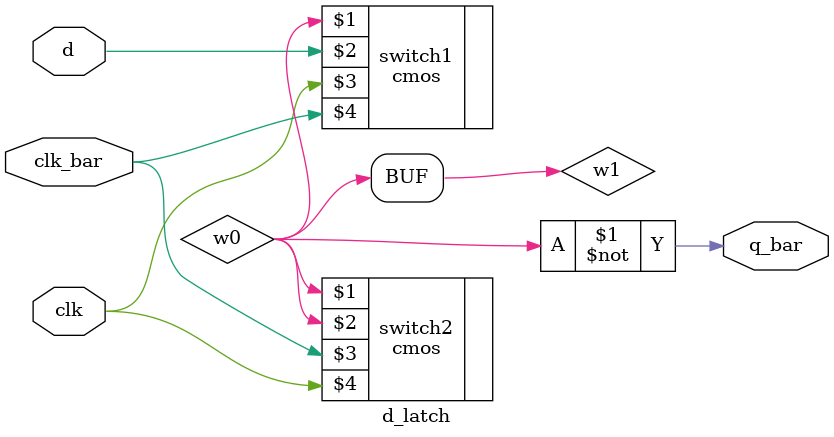
<source format=v>
`ifndef D_LATCH_V
`define D_LATCH_V

module d_latch (output q_bar, input d, input clk, input clk_bar);
    wire w0, w1;

    cmos switch1 (w0, d, clk, clk_bar);
    cmos switch2 (w0, w1, clk_bar, clk);

    not not0 (q_bar, w0);
    not not1 (w1, q_bar);
endmodule

`endif // D_LATCH_V
</source>
